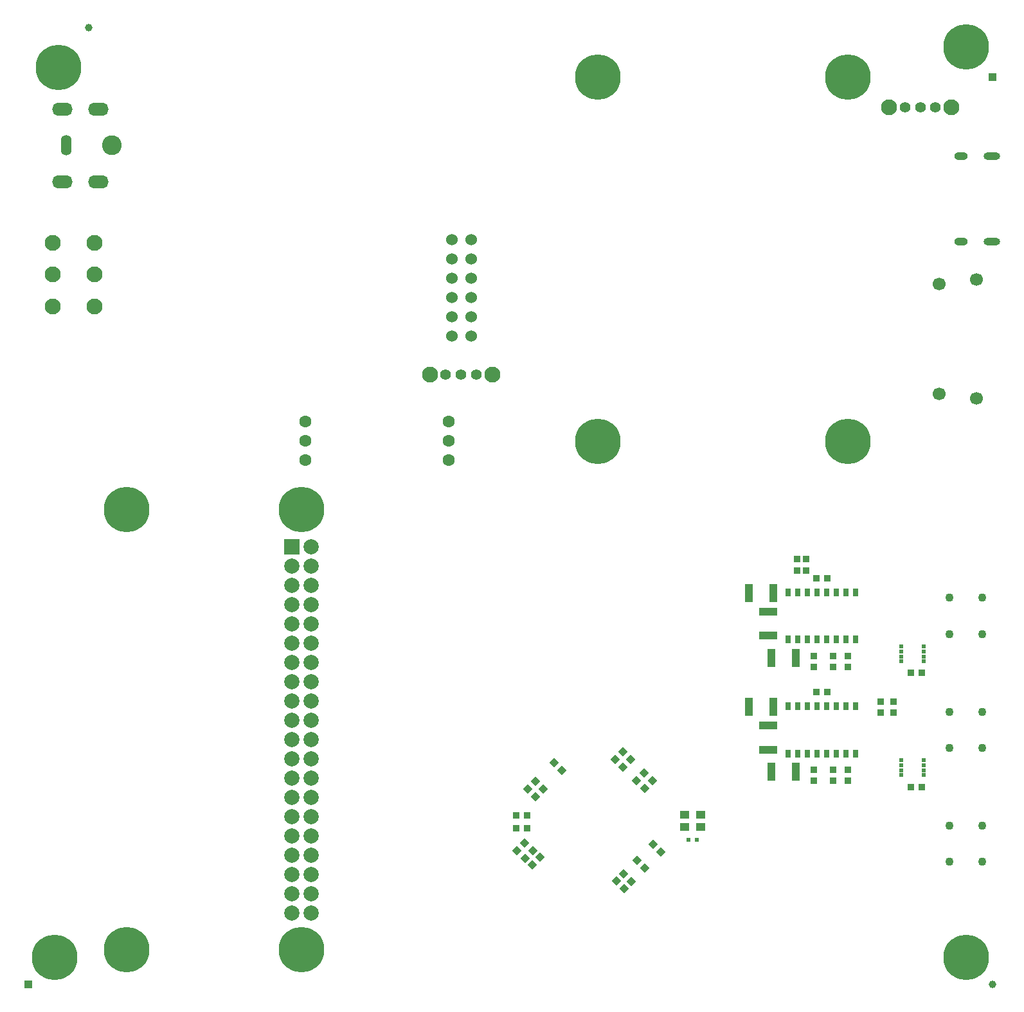
<source format=gbr>
%TF.GenerationSoftware,Altium Limited,Altium Designer,22.2.1 (43)*%
G04 Layer_Color=255*
%FSLAX26Y26*%
%MOIN*%
%TF.SameCoordinates,92DA24ED-A250-4A13-B4DD-B7D196A9CFE6*%
%TF.FilePolarity,Positive*%
%TF.FileFunction,Pads,Bot*%
%TF.Part,Single*%
G01*
G75*
%TA.AperFunction,SMDPad,CuDef*%
%ADD27R,0.023622X0.023622*%
%ADD39R,0.035433X0.033465*%
%ADD47R,0.043307X0.094488*%
%ADD48R,0.033465X0.035433*%
%TA.AperFunction,FiducialPad,Global*%
%ADD54C,0.039370*%
%ADD55R,0.039370X0.039370*%
%TA.AperFunction,ComponentPad*%
%ADD67O,0.086614X0.039370*%
%ADD68O,0.070866X0.039370*%
%ADD69C,0.043307*%
%ADD70C,0.082677*%
%ADD71C,0.078740*%
%ADD72R,0.078740X0.078740*%
%ADD73O,0.106299X0.066929*%
%ADD74C,0.102362*%
%ADD75O,0.055118X0.106299*%
%ADD76C,0.055118*%
%ADD77C,0.062992*%
%ADD78C,0.236220*%
%ADD79C,0.066929*%
%ADD80C,0.060000*%
%TA.AperFunction,SMDPad,CuDef*%
%ADD90R,0.029921X0.043307*%
%ADD91R,0.018504X0.019685*%
%ADD92R,0.051181X0.043307*%
G04:AMPARAMS|DCode=93|XSize=33.465mil|YSize=35.433mil|CornerRadius=0mil|HoleSize=0mil|Usage=FLASHONLY|Rotation=225.000|XOffset=0mil|YOffset=0mil|HoleType=Round|Shape=Rectangle|*
%AMROTATEDRECTD93*
4,1,4,-0.000696,0.024359,0.024359,-0.000696,0.000696,-0.024359,-0.024359,0.000696,-0.000696,0.024359,0.0*
%
%ADD93ROTATEDRECTD93*%

G04:AMPARAMS|DCode=94|XSize=33.465mil|YSize=35.433mil|CornerRadius=0mil|HoleSize=0mil|Usage=FLASHONLY|Rotation=315.000|XOffset=0mil|YOffset=0mil|HoleType=Round|Shape=Rectangle|*
%AMROTATEDRECTD94*
4,1,4,-0.024359,-0.000696,0.000696,0.024359,0.024359,0.000696,-0.000696,-0.024359,-0.024359,-0.000696,0.0*
%
%ADD94ROTATEDRECTD94*%

%ADD95R,0.094488X0.043307*%
D27*
X4509842Y1791339D02*
D03*
X4466535D02*
D03*
D39*
X5078740Y3247047D02*
D03*
Y3189961D02*
D03*
X5295276Y2097441D02*
D03*
Y2154528D02*
D03*
X5118110Y2097441D02*
D03*
Y2154528D02*
D03*
X5216535Y2097441D02*
D03*
Y2154528D02*
D03*
X5295276Y2687992D02*
D03*
Y2745079D02*
D03*
X5118110Y2687992D02*
D03*
Y2745079D02*
D03*
X5216535Y2687992D02*
D03*
Y2745079D02*
D03*
X5531496Y2508858D02*
D03*
Y2451772D02*
D03*
X5462598Y2508858D02*
D03*
Y2451772D02*
D03*
X5029528Y3247047D02*
D03*
Y3189961D02*
D03*
D47*
X4897638Y2736220D02*
D03*
X5023622D02*
D03*
X4897638Y2145669D02*
D03*
X5023622D02*
D03*
X4779528Y2480315D02*
D03*
X4905512D02*
D03*
X4779528Y3070866D02*
D03*
X4905512D02*
D03*
D48*
X5678150Y2066929D02*
D03*
X5621063D02*
D03*
X5678150Y2657480D02*
D03*
X5621063D02*
D03*
X5128937Y2559055D02*
D03*
X5186024D02*
D03*
X5128937Y3149606D02*
D03*
X5186024D02*
D03*
X3573819Y1917323D02*
D03*
X3630905D02*
D03*
X3573819Y1850394D02*
D03*
X3630905D02*
D03*
D54*
X1358268Y6003937D02*
D03*
X6043307Y1043307D02*
D03*
D55*
Y5748032D02*
D03*
X1043307Y1043307D02*
D03*
D67*
X6039370Y4896850D02*
D03*
Y5339370D02*
D03*
D68*
X5881890Y4896850D02*
D03*
Y5339370D02*
D03*
D69*
X5820866Y2858268D02*
D03*
Y3047244D02*
D03*
X5990158D02*
D03*
Y2858268D02*
D03*
X5820866Y1677165D02*
D03*
Y1866142D02*
D03*
X5990158D02*
D03*
Y1677165D02*
D03*
X5820866Y2267716D02*
D03*
Y2456693D02*
D03*
X5990158D02*
D03*
Y2267716D02*
D03*
D70*
X1387795Y4889764D02*
D03*
Y4724409D02*
D03*
Y4559055D02*
D03*
X1171260Y4889764D02*
D03*
Y4724409D02*
D03*
Y4559055D02*
D03*
X5507874Y5590551D02*
D03*
X5830709D02*
D03*
X3448819Y4204724D02*
D03*
X3125984D02*
D03*
D71*
X2510866Y1412205D02*
D03*
X2410866D02*
D03*
X2510866Y1512205D02*
D03*
X2410866D02*
D03*
X2510866Y1612205D02*
D03*
X2410866D02*
D03*
X2510866Y1712205D02*
D03*
X2410866D02*
D03*
X2510866Y1812205D02*
D03*
X2410866D02*
D03*
X2510866Y1912205D02*
D03*
X2410866D02*
D03*
X2510866Y2012205D02*
D03*
X2410866D02*
D03*
X2510866Y2112205D02*
D03*
X2410866D02*
D03*
X2510866Y2212205D02*
D03*
X2410866D02*
D03*
X2510866Y2312205D02*
D03*
X2410866D02*
D03*
X2510866Y2412205D02*
D03*
X2410866D02*
D03*
X2510866Y2512205D02*
D03*
X2410866D02*
D03*
X2510866Y2612205D02*
D03*
X2410866D02*
D03*
X2510866Y2712205D02*
D03*
X2410866D02*
D03*
X2510866Y2812205D02*
D03*
X2410866D02*
D03*
X2510866Y2912205D02*
D03*
X2410866D02*
D03*
X2510866Y3012205D02*
D03*
X2410866D02*
D03*
X2510866Y3112205D02*
D03*
X2410866D02*
D03*
X2510866Y3212205D02*
D03*
X2410866D02*
D03*
X2510866Y3312205D02*
D03*
D72*
X2410866D02*
D03*
D73*
X1405512Y5206693D02*
D03*
Y5580709D02*
D03*
X1220472D02*
D03*
Y5206693D02*
D03*
D74*
X1476378Y5393701D02*
D03*
D75*
X1240158D02*
D03*
D76*
X5748032Y5590551D02*
D03*
X5669291D02*
D03*
X5590551D02*
D03*
X3208661Y4204724D02*
D03*
X3287402D02*
D03*
X3366142D02*
D03*
D77*
X3224409Y3962205D02*
D03*
Y3862205D02*
D03*
Y3762205D02*
D03*
X2480315Y3962205D02*
D03*
Y3862205D02*
D03*
Y3762205D02*
D03*
D78*
X5905512Y5905512D02*
D03*
X2460630Y3503937D02*
D03*
X1181102Y1181102D02*
D03*
X1200000Y5800000D02*
D03*
X5905512Y1181102D02*
D03*
X3996063Y3858268D02*
D03*
X5295276D02*
D03*
X3996063Y5748032D02*
D03*
X5295276D02*
D03*
X1555118Y3503937D02*
D03*
X2460630Y1220472D02*
D03*
X1555118D02*
D03*
D79*
X5960630Y4080709D02*
D03*
X5767717Y4104331D02*
D03*
X5960630Y4698819D02*
D03*
X5767717Y4675197D02*
D03*
D80*
X3339961Y4406299D02*
D03*
X3239961D02*
D03*
X3339961Y4806299D02*
D03*
X3239961D02*
D03*
Y4906299D02*
D03*
X3339961D02*
D03*
Y4706299D02*
D03*
X3239961D02*
D03*
X3339961Y4606299D02*
D03*
X3239961D02*
D03*
X3339961Y4506299D02*
D03*
X3239961D02*
D03*
D90*
X5332480Y3074803D02*
D03*
X5282480D02*
D03*
X5232480D02*
D03*
X5182480D02*
D03*
X4982480D02*
D03*
X5032480D02*
D03*
X5082480D02*
D03*
X5132480D02*
D03*
X4982480Y2830709D02*
D03*
X5032480D02*
D03*
X5082480D02*
D03*
X5132480D02*
D03*
X5332480D02*
D03*
X5282480D02*
D03*
X5232480D02*
D03*
X5182480D02*
D03*
X5332480Y2484252D02*
D03*
X5282480D02*
D03*
X5232480D02*
D03*
X5182480D02*
D03*
X4982480D02*
D03*
X5032480D02*
D03*
X5082480D02*
D03*
X5132480D02*
D03*
X4982480Y2240157D02*
D03*
X5032480D02*
D03*
X5082480D02*
D03*
X5132480D02*
D03*
X5332480D02*
D03*
X5282480D02*
D03*
X5232480D02*
D03*
X5182480D02*
D03*
D91*
X5571850Y2794291D02*
D03*
X5687992Y2717520D02*
D03*
Y2743110D02*
D03*
Y2768701D02*
D03*
Y2794291D02*
D03*
X5571850Y2768701D02*
D03*
Y2743110D02*
D03*
Y2717520D02*
D03*
Y2203740D02*
D03*
X5687992Y2126968D02*
D03*
Y2152559D02*
D03*
Y2178150D02*
D03*
Y2203740D02*
D03*
X5571850Y2178150D02*
D03*
Y2152559D02*
D03*
Y2126968D02*
D03*
D92*
X4529528Y1922244D02*
D03*
X4446850D02*
D03*
Y1857284D02*
D03*
X4529528D02*
D03*
D93*
X3578242Y1735722D02*
D03*
X3618608Y1776089D02*
D03*
X4280026Y2098923D02*
D03*
X4239659Y2058557D02*
D03*
X4236719Y2138293D02*
D03*
X4196352Y2097927D02*
D03*
X4165852Y2209160D02*
D03*
X4125486Y2168793D02*
D03*
X4126482Y2248530D02*
D03*
X4086116Y2208163D02*
D03*
X3661916Y1736719D02*
D03*
X3621549Y1696352D02*
D03*
X3697349Y1701285D02*
D03*
X3656982Y1660919D02*
D03*
D94*
X4169789Y1574305D02*
D03*
X4129423Y1614671D02*
D03*
X4323333Y1727848D02*
D03*
X4282966Y1768215D02*
D03*
X3771155Y2193412D02*
D03*
X3811522Y2153045D02*
D03*
X3672730Y2094986D02*
D03*
X3713097Y2054620D02*
D03*
X3633360Y2055616D02*
D03*
X3673727Y2015250D02*
D03*
X4240656Y1645171D02*
D03*
X4200289Y1685537D02*
D03*
X4134356Y1538872D02*
D03*
X4093990Y1579238D02*
D03*
D95*
X4881890Y2259843D02*
D03*
Y2385827D02*
D03*
Y2850394D02*
D03*
Y2976378D02*
D03*
%TF.MD5,772b9b68a783047f1a5993dccaad429d*%
M02*

</source>
